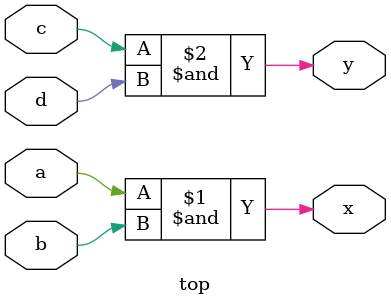
<source format=v>
module top(input a,input b, input c,input d, output x,output y);

assign x=a&b;
assign y=c&d;

endmodule

</source>
